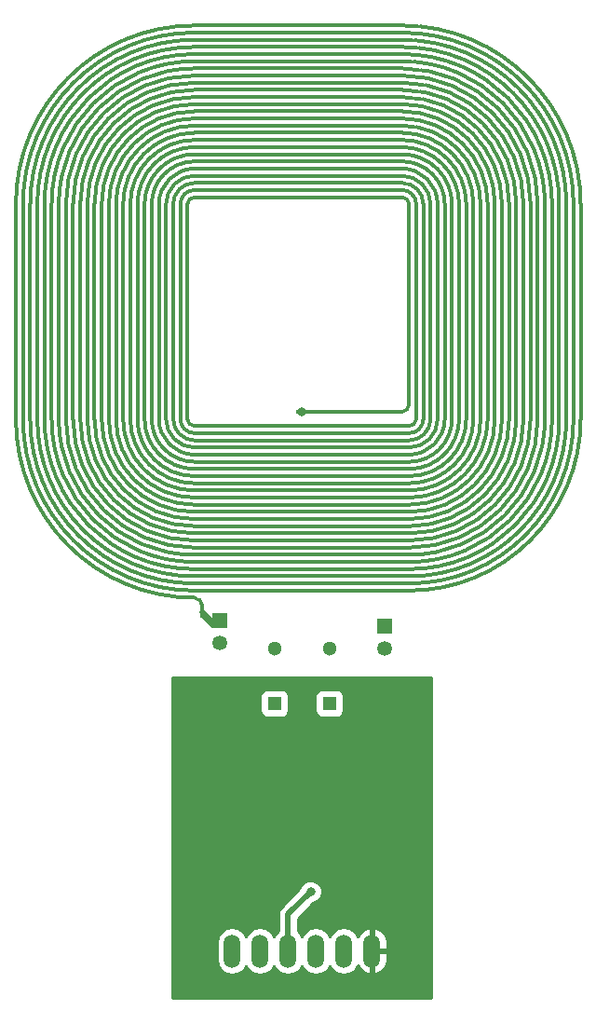
<source format=gbl>
G04 #@! TF.GenerationSoftware,KiCad,Pcbnew,(2017-06-12 revision 19d5cc754)-master*
G04 #@! TF.CreationDate,2018-05-15T00:46:58+02:00*
G04 #@! TF.ProjectId,RFID_BOARD_EM4095,524649445F424F4152445F454D343039,rev?*
G04 #@! TF.FileFunction,Copper,L2,Bot,Signal*
G04 #@! TF.FilePolarity,Positive*
%FSLAX46Y46*%
G04 Gerber Fmt 4.6, Leading zero omitted, Abs format (unit mm)*
G04 Created by KiCad (PCBNEW (2017-06-12 revision 19d5cc754)-master) date 2018 May 15, Tuesday 00:46:58*
%MOMM*%
%LPD*%
G01*
G04 APERTURE LIST*
%ADD10C,0.100000*%
%ADD11C,0.300000*%
%ADD12R,1.000000X0.300000*%
%ADD13R,0.300000X1.000000*%
%ADD14C,1.300000*%
%ADD15R,1.300000X1.300000*%
%ADD16O,1.506220X3.014980*%
%ADD17R,1.350000X1.350000*%
%ADD18C,1.350000*%
%ADD19C,1.000000*%
%ADD20C,0.800000*%
%ADD21C,1.000000*%
%ADD22C,0.500000*%
%ADD23C,0.254000*%
G04 APERTURE END LIST*
D10*
D11*
X157500000Y-72500000D02*
X166600000Y-72500000D01*
X148400000Y-90050000D02*
X148400000Y-90700000D01*
X148400000Y-90050000D02*
G75*
G03X147750000Y-89400000I-650000J0D01*
G01*
X166600000Y-72500000D02*
G75*
G03X167250000Y-71850000I0J650000D01*
G01*
X175050000Y-53650000D02*
G75*
G03X166600000Y-45200000I-8450000J0D01*
G01*
X178300000Y-53650000D02*
G75*
G03X166600000Y-41950000I-11700000J0D01*
G01*
X181550000Y-53650000D02*
G75*
G03X166600000Y-38700000I-14950000J0D01*
G01*
X175700000Y-73150000D02*
X175700000Y-53650000D01*
X172450000Y-73150000D02*
X172450000Y-53650000D01*
X167900000Y-53650000D02*
G75*
G03X166600000Y-52350000I-1300000J0D01*
G01*
X178950000Y-73150000D02*
X178950000Y-53650000D01*
X179600000Y-73150000D02*
X179600000Y-53650000D01*
X182850000Y-53650000D02*
G75*
G03X166600000Y-37400000I-16250000J0D01*
G01*
X178300000Y-73150000D02*
X178300000Y-53650000D01*
X171150000Y-53650000D02*
G75*
G03X166600000Y-49100000I-4550000J0D01*
G01*
X171150000Y-73150000D02*
X171150000Y-53650000D01*
X172450000Y-53650000D02*
G75*
G03X166600000Y-47800000I-5850000J0D01*
G01*
X175050000Y-73150000D02*
X175050000Y-53650000D01*
X177000000Y-53650000D02*
G75*
G03X166600000Y-43250000I-10400000J0D01*
G01*
X167250000Y-53650000D02*
G75*
G03X166600000Y-53000000I-650000J0D01*
G01*
X167250000Y-71850000D02*
X167250000Y-53650000D01*
X170500000Y-53650000D02*
G75*
G03X166600000Y-49750000I-3900000J0D01*
G01*
X177650000Y-53650000D02*
G75*
G03X166600000Y-42600000I-11050000J0D01*
G01*
X168550000Y-73150000D02*
X168550000Y-53650000D01*
X169200000Y-53650000D02*
G75*
G03X166600000Y-51050000I-2600000J0D01*
G01*
X169850000Y-53650000D02*
G75*
G03X166600000Y-50400000I-3250000J0D01*
G01*
X173100000Y-73150000D02*
X173100000Y-53650000D01*
X177650000Y-73150000D02*
X177650000Y-53650000D01*
X168550000Y-53650000D02*
G75*
G03X166600000Y-51700000I-1950000J0D01*
G01*
X169850000Y-73150000D02*
X169850000Y-53650000D01*
X182850000Y-73150000D02*
X182850000Y-53650000D01*
X171800000Y-73150000D02*
X171800000Y-53650000D01*
X169200000Y-73150000D02*
X169200000Y-53650000D01*
X173750000Y-53650000D02*
G75*
G03X166600000Y-46500000I-7150000J0D01*
G01*
X181550000Y-73150000D02*
X181550000Y-53650000D01*
X174400000Y-73150000D02*
X174400000Y-53650000D01*
X173750000Y-73150000D02*
X173750000Y-53650000D01*
X179600000Y-53650000D02*
G75*
G03X166600000Y-40650000I-13000000J0D01*
G01*
X170500000Y-73150000D02*
X170500000Y-53650000D01*
X180900000Y-53650000D02*
G75*
G03X166600000Y-39350000I-14300000J0D01*
G01*
X176350000Y-53650000D02*
G75*
G03X166600000Y-43900000I-9750000J0D01*
G01*
X180900000Y-73150000D02*
X180900000Y-53650000D01*
X175700000Y-53650000D02*
G75*
G03X166600000Y-44550000I-9100000J0D01*
G01*
X182200000Y-73150000D02*
X182200000Y-53650000D01*
X178950000Y-53650000D02*
G75*
G03X166600000Y-41300000I-12350000J0D01*
G01*
X167900000Y-73150000D02*
X167900000Y-53650000D01*
X176350000Y-73150000D02*
X176350000Y-53650000D01*
X174400000Y-53650000D02*
G75*
G03X166600000Y-45850000I-7800000J0D01*
G01*
X180250000Y-53650000D02*
G75*
G03X166600000Y-40000000I-13650000J0D01*
G01*
X171800000Y-53650000D02*
G75*
G03X166600000Y-48450000I-5200000J0D01*
G01*
X182200000Y-53650000D02*
G75*
G03X166600000Y-38050000I-15600000J0D01*
G01*
X177000000Y-73150000D02*
X177000000Y-53650000D01*
X173100000Y-53650000D02*
G75*
G03X166600000Y-47150000I-6500000J0D01*
G01*
X180250000Y-73150000D02*
X180250000Y-53650000D01*
X167250000Y-81600000D02*
G75*
G03X175700000Y-73150000I0J8450000D01*
G01*
X167250000Y-84850000D02*
G75*
G03X178950000Y-73150000I0J11700000D01*
G01*
X167250000Y-88100000D02*
G75*
G03X182200000Y-73150000I0J14950000D01*
G01*
X147750000Y-82250000D02*
X167250000Y-82250000D01*
X147750000Y-80950000D02*
X167250000Y-80950000D01*
X147750000Y-80300000D02*
X167250000Y-80300000D01*
X167250000Y-86150000D02*
G75*
G03X180250000Y-73150000I0J13000000D01*
G01*
X147750000Y-77050000D02*
X167250000Y-77050000D01*
X167250000Y-87450000D02*
G75*
G03X181550000Y-73150000I0J14300000D01*
G01*
X167250000Y-82900000D02*
G75*
G03X177000000Y-73150000I0J9750000D01*
G01*
X147750000Y-87450000D02*
X167250000Y-87450000D01*
X167250000Y-82250000D02*
G75*
G03X176350000Y-73150000I0J9100000D01*
G01*
X147750000Y-88750000D02*
X167250000Y-88750000D01*
X167250000Y-85500000D02*
G75*
G03X179600000Y-73150000I0J12350000D01*
G01*
X147750000Y-74450000D02*
X167250000Y-74450000D01*
X147750000Y-82900000D02*
X167250000Y-82900000D01*
X167250000Y-80950000D02*
G75*
G03X175050000Y-73150000I0J7800000D01*
G01*
X167250000Y-86800000D02*
G75*
G03X180900000Y-73150000I0J13650000D01*
G01*
X167250000Y-78350000D02*
G75*
G03X172450000Y-73150000I0J5200000D01*
G01*
X167250000Y-88750000D02*
G75*
G03X182850000Y-73150000I0J15600000D01*
G01*
X147750000Y-83550000D02*
X167250000Y-83550000D01*
X167250000Y-79650000D02*
G75*
G03X173750000Y-73150000I0J6500000D01*
G01*
X147750000Y-86800000D02*
X167250000Y-86800000D01*
X167250000Y-75750000D02*
G75*
G03X169850000Y-73150000I0J2600000D01*
G01*
X167250000Y-76400000D02*
G75*
G03X170500000Y-73150000I0J3250000D01*
G01*
X147750000Y-79650000D02*
X167250000Y-79650000D01*
X147750000Y-84200000D02*
X167250000Y-84200000D01*
X167250000Y-75100000D02*
G75*
G03X169200000Y-73150000I0J1950000D01*
G01*
X147750000Y-76400000D02*
X167250000Y-76400000D01*
X147750000Y-78350000D02*
X167250000Y-78350000D01*
X147750000Y-75750000D02*
X167250000Y-75750000D01*
X167250000Y-79000000D02*
G75*
G03X173100000Y-73150000I0J5850000D01*
G01*
X147850000Y-81550000D02*
X167250000Y-81600000D01*
X167250000Y-83550000D02*
G75*
G03X177650000Y-73150000I0J10400000D01*
G01*
X167250000Y-73800000D02*
G75*
G03X167900000Y-73150000I0J650000D01*
G01*
X147750000Y-73800000D02*
X167250000Y-73800000D01*
X167250000Y-77050000D02*
G75*
G03X171150000Y-73150000I0J3900000D01*
G01*
X167250000Y-84200000D02*
G75*
G03X178300000Y-73150000I0J11050000D01*
G01*
X147750000Y-75100000D02*
X167250000Y-75100000D01*
X147750000Y-79000000D02*
X167250000Y-79000000D01*
X167250000Y-74450000D02*
G75*
G03X168550000Y-73150000I0J1300000D01*
G01*
X147750000Y-85500000D02*
X167250000Y-85500000D01*
X147750000Y-86150000D02*
X167250000Y-86150000D01*
X147750000Y-84850000D02*
X167250000Y-84850000D01*
X167250000Y-77700000D02*
G75*
G03X171800000Y-73150000I0J4550000D01*
G01*
X147750000Y-77700000D02*
X167250000Y-77700000D01*
X167250000Y-80300000D02*
G75*
G03X174400000Y-73150000I0J7150000D01*
G01*
X147750000Y-88100000D02*
X167250000Y-88100000D01*
X147750000Y-38050000D02*
G75*
G03X132150000Y-53650000I0J-15600000D01*
G01*
X166600000Y-44550000D02*
X147750000Y-44550000D01*
X147750000Y-43250000D02*
G75*
G03X137350000Y-53650000I0J-10400000D01*
G01*
X166600000Y-49100000D02*
X147750000Y-49100000D01*
X166600000Y-45850000D02*
X147750000Y-45850000D01*
X166600000Y-46500000D02*
X147750000Y-46500000D01*
X147750000Y-51050000D02*
G75*
G03X145150000Y-53650000I0J-2600000D01*
G01*
X166600000Y-48450000D02*
X147750000Y-48450000D01*
X147750000Y-43900000D02*
G75*
G03X138000000Y-53650000I0J-9750000D01*
G01*
X147750000Y-42600000D02*
G75*
G03X136700000Y-53650000I0J-11050000D01*
G01*
X166600000Y-41300000D02*
X147750000Y-41300000D01*
X147750000Y-37400000D02*
G75*
G03X131500000Y-53650000I0J-16250000D01*
G01*
X166600000Y-47150000D02*
X147750000Y-47150000D01*
X166600000Y-37400000D02*
X147750000Y-37400000D01*
X166600000Y-53000000D02*
X147750000Y-53000000D01*
X166600000Y-43900000D02*
X147750000Y-43900000D01*
X147750000Y-40000000D02*
G75*
G03X134100000Y-53650000I0J-13650000D01*
G01*
X166600000Y-40650000D02*
X147750000Y-40650000D01*
X147750000Y-41950000D02*
G75*
G03X136050000Y-53650000I0J-11700000D01*
G01*
X147750000Y-45850000D02*
G75*
G03X139950000Y-53650000I0J-7800000D01*
G01*
X166600000Y-47800000D02*
X147750000Y-47800000D01*
X147750000Y-44550000D02*
G75*
G03X138650000Y-53650000I0J-9100000D01*
G01*
X166600000Y-38050000D02*
X147750000Y-38050000D01*
X147750000Y-48450000D02*
G75*
G03X142550000Y-53650000I0J-5200000D01*
G01*
X147750000Y-47800000D02*
G75*
G03X141900000Y-53650000I0J-5850000D01*
G01*
X166600000Y-42600000D02*
X147750000Y-42600000D01*
X166600000Y-43250000D02*
X147750000Y-43250000D01*
X147750000Y-49100000D02*
G75*
G03X143200000Y-53650000I0J-4550000D01*
G01*
X166600000Y-51700000D02*
X147750000Y-51700000D01*
X147750000Y-53000000D02*
G75*
G03X147100000Y-53650000I0J-650000D01*
G01*
X147750000Y-52350000D02*
G75*
G03X146450000Y-53650000I0J-1300000D01*
G01*
X147750000Y-45200000D02*
G75*
G03X139300000Y-53650000I0J-8450000D01*
G01*
X166600000Y-45200000D02*
X147750000Y-45200000D01*
X147750000Y-50400000D02*
G75*
G03X144500000Y-53650000I0J-3250000D01*
G01*
X147750000Y-51700000D02*
G75*
G03X145800000Y-53650000I0J-1950000D01*
G01*
X147750000Y-47150000D02*
G75*
G03X141250000Y-53650000I0J-6500000D01*
G01*
X166600000Y-51050000D02*
X147750000Y-51050000D01*
X147750000Y-39350000D02*
G75*
G03X133450000Y-53650000I0J-14300000D01*
G01*
X166600000Y-49750000D02*
X147750000Y-49750000D01*
X147750000Y-41300000D02*
G75*
G03X135400000Y-53650000I0J-12350000D01*
G01*
X147750000Y-49750000D02*
G75*
G03X143850000Y-53650000I0J-3900000D01*
G01*
X166600000Y-50400000D02*
X147750000Y-50400000D01*
X166600000Y-39350000D02*
X147750000Y-39350000D01*
X166600000Y-38700000D02*
X147750000Y-38700000D01*
X166600000Y-41950000D02*
X147750000Y-41950000D01*
X147757554Y-38700000D02*
G75*
G03X132807554Y-53650000I0J-14950000D01*
G01*
X166600000Y-40000000D02*
X147750000Y-40000000D01*
X147750000Y-46500000D02*
G75*
G03X140600000Y-53650000I0J-7150000D01*
G01*
X166600000Y-52350000D02*
X147750000Y-52350000D01*
X147750000Y-40650000D02*
G75*
G03X134750000Y-53650000I0J-13000000D01*
G01*
X131500000Y-73150000D02*
G75*
G03X147750000Y-89400000I16250000J0D01*
G01*
X132150000Y-73150000D02*
G75*
G03X147750000Y-88750000I15600000J0D01*
G01*
X132800000Y-73150000D02*
G75*
G03X147750000Y-88100000I14950000J0D01*
G01*
X133450000Y-73150000D02*
G75*
G03X147750000Y-87450000I14300000J0D01*
G01*
X134100000Y-73150000D02*
G75*
G03X147750000Y-86800000I13650000J0D01*
G01*
X134750000Y-73150000D02*
G75*
G03X147750000Y-86150000I13000000J0D01*
G01*
X135400000Y-73150000D02*
G75*
G03X147750000Y-85500000I12350000J0D01*
G01*
X136050000Y-73150000D02*
G75*
G03X147750000Y-84850000I11700000J0D01*
G01*
X136700000Y-73150000D02*
G75*
G03X147750000Y-84200000I11050000J0D01*
G01*
X137350000Y-73150000D02*
G75*
G03X147750000Y-83550000I10400000J0D01*
G01*
X138000000Y-73150000D02*
G75*
G03X147750000Y-82900000I9750000J0D01*
G01*
X138650000Y-73150000D02*
G75*
G03X147750000Y-82250000I9100000J0D01*
G01*
X139300000Y-73150000D02*
G75*
G03X147750000Y-81600000I8450000J0D01*
G01*
X139950000Y-73150000D02*
G75*
G03X147750000Y-80950000I7800000J0D01*
G01*
X140600000Y-73150000D02*
G75*
G03X147750000Y-80300000I7150000J0D01*
G01*
X141250000Y-73150000D02*
G75*
G03X147750000Y-79650000I6500000J0D01*
G01*
X141900000Y-73150000D02*
G75*
G03X147750000Y-79000000I5850000J0D01*
G01*
X142550000Y-73150000D02*
G75*
G03X147750000Y-78350000I5200000J0D01*
G01*
X143200000Y-73150000D02*
G75*
G03X147750000Y-77700000I4550000J0D01*
G01*
X143850000Y-73150000D02*
G75*
G03X147750000Y-77050000I3900000J0D01*
G01*
X144500000Y-73150000D02*
G75*
G03X147750000Y-76400000I3250000J0D01*
G01*
X145150000Y-73150000D02*
G75*
G03X147750000Y-75750000I2600000J0D01*
G01*
X145800000Y-73150000D02*
G75*
G03X147750000Y-75100000I1950000J0D01*
G01*
X146450000Y-73150000D02*
G75*
G03X147750000Y-74450000I1300000J0D01*
G01*
X147100000Y-73150000D02*
G75*
G03X147750000Y-73800000I650000J0D01*
G01*
X147100000Y-53650000D02*
X147100000Y-73150000D01*
X145150000Y-53650000D02*
X145150000Y-73150000D01*
X142550000Y-53650000D02*
X142550000Y-73150000D01*
X146450000Y-53650000D02*
X146450000Y-73150000D01*
X145800000Y-53650000D02*
X145800000Y-73150000D01*
X143850000Y-53650000D02*
X143850000Y-73150000D01*
X143200000Y-53650000D02*
X143200000Y-73150000D01*
X144500000Y-53650000D02*
X144500000Y-73150000D01*
X141900000Y-53650000D02*
X141900000Y-73150000D01*
X137350000Y-53650000D02*
X137350000Y-73150000D01*
X136700000Y-53650000D02*
X136700000Y-73150000D01*
X141250000Y-53650000D02*
X141250000Y-73150000D01*
X140600000Y-53650000D02*
X140600000Y-73150000D01*
X138650000Y-53650000D02*
X138650000Y-73150000D01*
X139300000Y-53650000D02*
X139300000Y-73150000D01*
X139950000Y-53650000D02*
X139950000Y-73150000D01*
X138000000Y-53650000D02*
X138000000Y-73150000D01*
X134750000Y-53650000D02*
X134750000Y-73150000D01*
X133450000Y-53650000D02*
X133450000Y-73150000D01*
X136050000Y-53650000D02*
X136050000Y-73150000D01*
X135400000Y-53650000D02*
X135400000Y-73150000D01*
X134100000Y-53650000D02*
X134100000Y-73150000D01*
X132800000Y-53650000D02*
X132800000Y-73150000D01*
X132150000Y-53650000D02*
X132150000Y-73150000D01*
X131500000Y-53650000D02*
X131500000Y-73150000D01*
D12*
X157500000Y-72500000D03*
D13*
X148400000Y-90700000D03*
D14*
X155000000Y-94000000D03*
D15*
X155000000Y-99000000D03*
D16*
X151150000Y-121500000D03*
X153690000Y-121500000D03*
X156230000Y-121500000D03*
X158770000Y-121500000D03*
X161310000Y-121500000D03*
X163850000Y-121500000D03*
D15*
X160000000Y-99000000D03*
D14*
X160000000Y-94000000D03*
D17*
X150000000Y-91500000D03*
D18*
X150000000Y-93500000D03*
X165050000Y-94000000D03*
D17*
X165050000Y-92000000D03*
D19*
X157000000Y-102500000D03*
X164000000Y-105500000D03*
D20*
X147500000Y-109100000D03*
X164900000Y-106700000D03*
X154500000Y-118800000D03*
X157500000Y-72500000D03*
X158300000Y-116100000D03*
D21*
X164000000Y-105500000D02*
X163500000Y-105000000D01*
D22*
X150000000Y-91500000D02*
X149200000Y-91500000D01*
X149200000Y-91500000D02*
X148400000Y-90700000D01*
D11*
X148400000Y-90700000D02*
X148400000Y-91050000D01*
X148400000Y-91050000D02*
X149350000Y-92000000D01*
D22*
X158300000Y-116100000D02*
X156230000Y-118170000D01*
X156230000Y-118170000D02*
X156230000Y-121500000D01*
D23*
G36*
X169290000Y-125790000D02*
X145710000Y-125790000D01*
X145710000Y-120703646D01*
X149761890Y-120703646D01*
X149761890Y-122296354D01*
X149867554Y-122827561D01*
X150168458Y-123277896D01*
X150618793Y-123578800D01*
X151150000Y-123684464D01*
X151681207Y-123578800D01*
X152131542Y-123277896D01*
X152420000Y-122846188D01*
X152708458Y-123277896D01*
X153158793Y-123578800D01*
X153690000Y-123684464D01*
X154221207Y-123578800D01*
X154671542Y-123277896D01*
X154960000Y-122846188D01*
X155248458Y-123277896D01*
X155698793Y-123578800D01*
X156230000Y-123684464D01*
X156761207Y-123578800D01*
X157211542Y-123277896D01*
X157500000Y-122846188D01*
X157788458Y-123277896D01*
X158238793Y-123578800D01*
X158770000Y-123684464D01*
X159301207Y-123578800D01*
X159751542Y-123277896D01*
X160040000Y-122846188D01*
X160328458Y-123277896D01*
X160778793Y-123578800D01*
X161310000Y-123684464D01*
X161841207Y-123578800D01*
X162291542Y-123277896D01*
X162592446Y-122827561D01*
X162593016Y-122824694D01*
X162616154Y-122902919D01*
X162958260Y-123325724D01*
X163436125Y-123585427D01*
X163508326Y-123599783D01*
X163723000Y-123477162D01*
X163723000Y-121627000D01*
X163977000Y-121627000D01*
X163977000Y-123477162D01*
X164191674Y-123599783D01*
X164263875Y-123585427D01*
X164741740Y-123325724D01*
X165083846Y-122902919D01*
X165238110Y-122381380D01*
X165238110Y-121627000D01*
X163977000Y-121627000D01*
X163723000Y-121627000D01*
X163703000Y-121627000D01*
X163703000Y-121373000D01*
X163723000Y-121373000D01*
X163723000Y-119522838D01*
X163977000Y-119522838D01*
X163977000Y-121373000D01*
X165238110Y-121373000D01*
X165238110Y-120618620D01*
X165083846Y-120097081D01*
X164741740Y-119674276D01*
X164263875Y-119414573D01*
X164191674Y-119400217D01*
X163977000Y-119522838D01*
X163723000Y-119522838D01*
X163508326Y-119400217D01*
X163436125Y-119414573D01*
X162958260Y-119674276D01*
X162616154Y-120097081D01*
X162593016Y-120175306D01*
X162592446Y-120172439D01*
X162291542Y-119722104D01*
X161841207Y-119421200D01*
X161310000Y-119315536D01*
X160778793Y-119421200D01*
X160328458Y-119722104D01*
X160040000Y-120153812D01*
X159751542Y-119722104D01*
X159301207Y-119421200D01*
X158770000Y-119315536D01*
X158238793Y-119421200D01*
X157788458Y-119722104D01*
X157500000Y-120153812D01*
X157211542Y-119722104D01*
X157115000Y-119657597D01*
X157115000Y-118536580D01*
X158524448Y-117127131D01*
X158885515Y-116977942D01*
X159176919Y-116687046D01*
X159334820Y-116306777D01*
X159335179Y-115895029D01*
X159177942Y-115514485D01*
X158887046Y-115223081D01*
X158506777Y-115065180D01*
X158095029Y-115064821D01*
X157714485Y-115222058D01*
X157423081Y-115512954D01*
X157272268Y-115876153D01*
X155604210Y-117544210D01*
X155412367Y-117831325D01*
X155412367Y-117831326D01*
X155344999Y-118170000D01*
X155345000Y-118170005D01*
X155345000Y-119657597D01*
X155248458Y-119722104D01*
X154960000Y-120153812D01*
X154671542Y-119722104D01*
X154221207Y-119421200D01*
X153690000Y-119315536D01*
X153158793Y-119421200D01*
X152708458Y-119722104D01*
X152420000Y-120153812D01*
X152131542Y-119722104D01*
X151681207Y-119421200D01*
X151150000Y-119315536D01*
X150618793Y-119421200D01*
X150168458Y-119722104D01*
X149867554Y-120172439D01*
X149761890Y-120703646D01*
X145710000Y-120703646D01*
X145710000Y-98350000D01*
X153702560Y-98350000D01*
X153702560Y-99650000D01*
X153751843Y-99897765D01*
X153892191Y-100107809D01*
X154102235Y-100248157D01*
X154350000Y-100297440D01*
X155650000Y-100297440D01*
X155897765Y-100248157D01*
X156107809Y-100107809D01*
X156248157Y-99897765D01*
X156297440Y-99650000D01*
X156297440Y-98350000D01*
X158702560Y-98350000D01*
X158702560Y-99650000D01*
X158751843Y-99897765D01*
X158892191Y-100107809D01*
X159102235Y-100248157D01*
X159350000Y-100297440D01*
X160650000Y-100297440D01*
X160897765Y-100248157D01*
X161107809Y-100107809D01*
X161248157Y-99897765D01*
X161297440Y-99650000D01*
X161297440Y-98350000D01*
X161248157Y-98102235D01*
X161107809Y-97892191D01*
X160897765Y-97751843D01*
X160650000Y-97702560D01*
X159350000Y-97702560D01*
X159102235Y-97751843D01*
X158892191Y-97892191D01*
X158751843Y-98102235D01*
X158702560Y-98350000D01*
X156297440Y-98350000D01*
X156248157Y-98102235D01*
X156107809Y-97892191D01*
X155897765Y-97751843D01*
X155650000Y-97702560D01*
X154350000Y-97702560D01*
X154102235Y-97751843D01*
X153892191Y-97892191D01*
X153751843Y-98102235D01*
X153702560Y-98350000D01*
X145710000Y-98350000D01*
X145710000Y-96627000D01*
X169290000Y-96627000D01*
X169290000Y-125790000D01*
X169290000Y-125790000D01*
G37*
X169290000Y-125790000D02*
X145710000Y-125790000D01*
X145710000Y-120703646D01*
X149761890Y-120703646D01*
X149761890Y-122296354D01*
X149867554Y-122827561D01*
X150168458Y-123277896D01*
X150618793Y-123578800D01*
X151150000Y-123684464D01*
X151681207Y-123578800D01*
X152131542Y-123277896D01*
X152420000Y-122846188D01*
X152708458Y-123277896D01*
X153158793Y-123578800D01*
X153690000Y-123684464D01*
X154221207Y-123578800D01*
X154671542Y-123277896D01*
X154960000Y-122846188D01*
X155248458Y-123277896D01*
X155698793Y-123578800D01*
X156230000Y-123684464D01*
X156761207Y-123578800D01*
X157211542Y-123277896D01*
X157500000Y-122846188D01*
X157788458Y-123277896D01*
X158238793Y-123578800D01*
X158770000Y-123684464D01*
X159301207Y-123578800D01*
X159751542Y-123277896D01*
X160040000Y-122846188D01*
X160328458Y-123277896D01*
X160778793Y-123578800D01*
X161310000Y-123684464D01*
X161841207Y-123578800D01*
X162291542Y-123277896D01*
X162592446Y-122827561D01*
X162593016Y-122824694D01*
X162616154Y-122902919D01*
X162958260Y-123325724D01*
X163436125Y-123585427D01*
X163508326Y-123599783D01*
X163723000Y-123477162D01*
X163723000Y-121627000D01*
X163977000Y-121627000D01*
X163977000Y-123477162D01*
X164191674Y-123599783D01*
X164263875Y-123585427D01*
X164741740Y-123325724D01*
X165083846Y-122902919D01*
X165238110Y-122381380D01*
X165238110Y-121627000D01*
X163977000Y-121627000D01*
X163723000Y-121627000D01*
X163703000Y-121627000D01*
X163703000Y-121373000D01*
X163723000Y-121373000D01*
X163723000Y-119522838D01*
X163977000Y-119522838D01*
X163977000Y-121373000D01*
X165238110Y-121373000D01*
X165238110Y-120618620D01*
X165083846Y-120097081D01*
X164741740Y-119674276D01*
X164263875Y-119414573D01*
X164191674Y-119400217D01*
X163977000Y-119522838D01*
X163723000Y-119522838D01*
X163508326Y-119400217D01*
X163436125Y-119414573D01*
X162958260Y-119674276D01*
X162616154Y-120097081D01*
X162593016Y-120175306D01*
X162592446Y-120172439D01*
X162291542Y-119722104D01*
X161841207Y-119421200D01*
X161310000Y-119315536D01*
X160778793Y-119421200D01*
X160328458Y-119722104D01*
X160040000Y-120153812D01*
X159751542Y-119722104D01*
X159301207Y-119421200D01*
X158770000Y-119315536D01*
X158238793Y-119421200D01*
X157788458Y-119722104D01*
X157500000Y-120153812D01*
X157211542Y-119722104D01*
X157115000Y-119657597D01*
X157115000Y-118536580D01*
X158524448Y-117127131D01*
X158885515Y-116977942D01*
X159176919Y-116687046D01*
X159334820Y-116306777D01*
X159335179Y-115895029D01*
X159177942Y-115514485D01*
X158887046Y-115223081D01*
X158506777Y-115065180D01*
X158095029Y-115064821D01*
X157714485Y-115222058D01*
X157423081Y-115512954D01*
X157272268Y-115876153D01*
X155604210Y-117544210D01*
X155412367Y-117831325D01*
X155412367Y-117831326D01*
X155344999Y-118170000D01*
X155345000Y-118170005D01*
X155345000Y-119657597D01*
X155248458Y-119722104D01*
X154960000Y-120153812D01*
X154671542Y-119722104D01*
X154221207Y-119421200D01*
X153690000Y-119315536D01*
X153158793Y-119421200D01*
X152708458Y-119722104D01*
X152420000Y-120153812D01*
X152131542Y-119722104D01*
X151681207Y-119421200D01*
X151150000Y-119315536D01*
X150618793Y-119421200D01*
X150168458Y-119722104D01*
X149867554Y-120172439D01*
X149761890Y-120703646D01*
X145710000Y-120703646D01*
X145710000Y-98350000D01*
X153702560Y-98350000D01*
X153702560Y-99650000D01*
X153751843Y-99897765D01*
X153892191Y-100107809D01*
X154102235Y-100248157D01*
X154350000Y-100297440D01*
X155650000Y-100297440D01*
X155897765Y-100248157D01*
X156107809Y-100107809D01*
X156248157Y-99897765D01*
X156297440Y-99650000D01*
X156297440Y-98350000D01*
X158702560Y-98350000D01*
X158702560Y-99650000D01*
X158751843Y-99897765D01*
X158892191Y-100107809D01*
X159102235Y-100248157D01*
X159350000Y-100297440D01*
X160650000Y-100297440D01*
X160897765Y-100248157D01*
X161107809Y-100107809D01*
X161248157Y-99897765D01*
X161297440Y-99650000D01*
X161297440Y-98350000D01*
X161248157Y-98102235D01*
X161107809Y-97892191D01*
X160897765Y-97751843D01*
X160650000Y-97702560D01*
X159350000Y-97702560D01*
X159102235Y-97751843D01*
X158892191Y-97892191D01*
X158751843Y-98102235D01*
X158702560Y-98350000D01*
X156297440Y-98350000D01*
X156248157Y-98102235D01*
X156107809Y-97892191D01*
X155897765Y-97751843D01*
X155650000Y-97702560D01*
X154350000Y-97702560D01*
X154102235Y-97751843D01*
X153892191Y-97892191D01*
X153751843Y-98102235D01*
X153702560Y-98350000D01*
X145710000Y-98350000D01*
X145710000Y-96627000D01*
X169290000Y-96627000D01*
X169290000Y-125790000D01*
M02*

</source>
